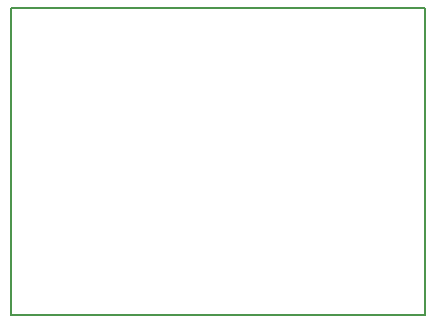
<source format=gbr>
G04 DipTrace 3.3.1.3*
G04 BoardOutline.gbr*
%MOMM*%
G04 #@! TF.FileFunction,Profile*
G04 #@! TF.Part,Single*
%ADD11C,0.14*%
%FSLAX35Y35*%
G04*
G71*
G90*
G75*
G01*
G04 BoardOutline*
%LPD*%
X52270Y0D2*
D11*
Y2600000D1*
X3552270D1*
Y0D1*
X52270D1*
M02*

</source>
